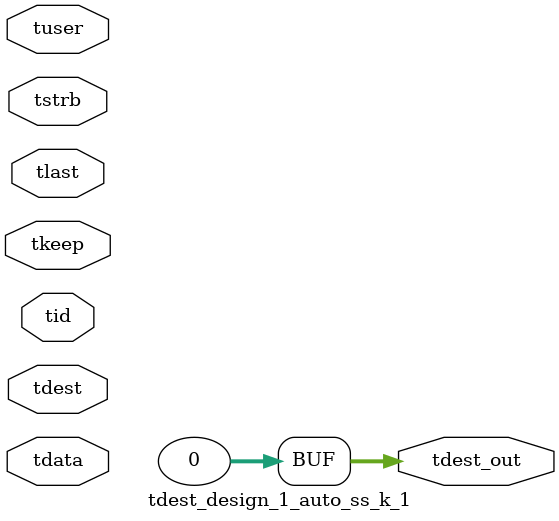
<source format=v>


`timescale 1ps/1ps

module tdest_design_1_auto_ss_k_1 #
(
parameter C_S_AXIS_TDATA_WIDTH = 32,
parameter C_S_AXIS_TUSER_WIDTH = 0,
parameter C_S_AXIS_TID_WIDTH   = 0,
parameter C_S_AXIS_TDEST_WIDTH = 0,
parameter C_M_AXIS_TDEST_WIDTH = 32
)
(
input  [(C_S_AXIS_TDATA_WIDTH == 0 ? 1 : C_S_AXIS_TDATA_WIDTH)-1:0     ] tdata,
input  [(C_S_AXIS_TUSER_WIDTH == 0 ? 1 : C_S_AXIS_TUSER_WIDTH)-1:0     ] tuser,
input  [(C_S_AXIS_TID_WIDTH   == 0 ? 1 : C_S_AXIS_TID_WIDTH)-1:0       ] tid,
input  [(C_S_AXIS_TDEST_WIDTH == 0 ? 1 : C_S_AXIS_TDEST_WIDTH)-1:0     ] tdest,
input  [(C_S_AXIS_TDATA_WIDTH/8)-1:0 ] tkeep,
input  [(C_S_AXIS_TDATA_WIDTH/8)-1:0 ] tstrb,
input                                                                    tlast,
output [C_M_AXIS_TDEST_WIDTH-1:0] tdest_out
);

assign tdest_out = {1'b0};

endmodule


</source>
